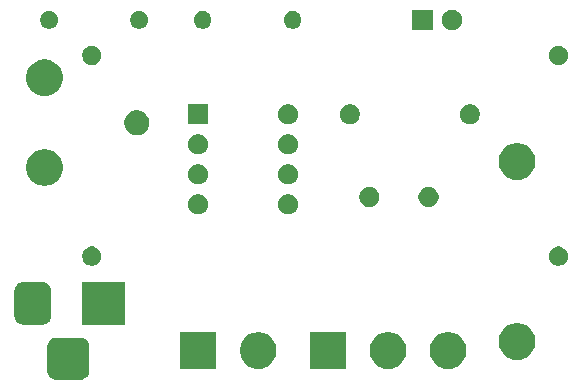
<source format=gts>
G04 #@! TF.GenerationSoftware,KiCad,Pcbnew,(5.1.5)-3*
G04 #@! TF.CreationDate,2021-07-03T20:54:04-04:00*
G04 #@! TF.ProjectId,LukeCopy,4c756b65-436f-4707-992e-6b696361645f,rev?*
G04 #@! TF.SameCoordinates,Original*
G04 #@! TF.FileFunction,Soldermask,Top*
G04 #@! TF.FilePolarity,Negative*
%FSLAX46Y46*%
G04 Gerber Fmt 4.6, Leading zero omitted, Abs format (unit mm)*
G04 Created by KiCad (PCBNEW (5.1.5)-3) date 2021-07-03 20:54:04*
%MOMM*%
%LPD*%
G04 APERTURE LIST*
%ADD10C,0.100000*%
G04 APERTURE END LIST*
D10*
G36*
X93126366Y-111915695D02*
G01*
X93283460Y-111963349D01*
X93428231Y-112040731D01*
X93555128Y-112144872D01*
X93659269Y-112271769D01*
X93736651Y-112416540D01*
X93784305Y-112573634D01*
X93801000Y-112743140D01*
X93801000Y-114656860D01*
X93784305Y-114826366D01*
X93736651Y-114983460D01*
X93659269Y-115128231D01*
X93555128Y-115255128D01*
X93428231Y-115359269D01*
X93283460Y-115436651D01*
X93126366Y-115484305D01*
X92956860Y-115501000D01*
X91043140Y-115501000D01*
X90873634Y-115484305D01*
X90716540Y-115436651D01*
X90571769Y-115359269D01*
X90444872Y-115255128D01*
X90340731Y-115128231D01*
X90263349Y-114983460D01*
X90215695Y-114826366D01*
X90199000Y-114656860D01*
X90199000Y-112743140D01*
X90215695Y-112573634D01*
X90263349Y-112416540D01*
X90340731Y-112271769D01*
X90444872Y-112144872D01*
X90571769Y-112040731D01*
X90716540Y-111963349D01*
X90873634Y-111915695D01*
X91043140Y-111899000D01*
X92956860Y-111899000D01*
X93126366Y-111915695D01*
G37*
G36*
X124462585Y-111478802D02*
G01*
X124612410Y-111508604D01*
X124894674Y-111625521D01*
X125148705Y-111795259D01*
X125364741Y-112011295D01*
X125534479Y-112265326D01*
X125651396Y-112547590D01*
X125711000Y-112847240D01*
X125711000Y-113152760D01*
X125651396Y-113452410D01*
X125534479Y-113734674D01*
X125364741Y-113988705D01*
X125148705Y-114204741D01*
X124894674Y-114374479D01*
X124612410Y-114491396D01*
X124462585Y-114521198D01*
X124312761Y-114551000D01*
X124007239Y-114551000D01*
X123857415Y-114521198D01*
X123707590Y-114491396D01*
X123425326Y-114374479D01*
X123171295Y-114204741D01*
X122955259Y-113988705D01*
X122785521Y-113734674D01*
X122668604Y-113452410D01*
X122609000Y-113152760D01*
X122609000Y-112847240D01*
X122668604Y-112547590D01*
X122785521Y-112265326D01*
X122955259Y-112011295D01*
X123171295Y-111795259D01*
X123425326Y-111625521D01*
X123707590Y-111508604D01*
X123857415Y-111478802D01*
X124007239Y-111449000D01*
X124312761Y-111449000D01*
X124462585Y-111478802D01*
G37*
G36*
X104551000Y-114551000D02*
G01*
X101449000Y-114551000D01*
X101449000Y-111449000D01*
X104551000Y-111449000D01*
X104551000Y-114551000D01*
G37*
G36*
X108382585Y-111478802D02*
G01*
X108532410Y-111508604D01*
X108814674Y-111625521D01*
X109068705Y-111795259D01*
X109284741Y-112011295D01*
X109454479Y-112265326D01*
X109571396Y-112547590D01*
X109631000Y-112847240D01*
X109631000Y-113152760D01*
X109571396Y-113452410D01*
X109454479Y-113734674D01*
X109284741Y-113988705D01*
X109068705Y-114204741D01*
X108814674Y-114374479D01*
X108532410Y-114491396D01*
X108382585Y-114521198D01*
X108232761Y-114551000D01*
X107927239Y-114551000D01*
X107777415Y-114521198D01*
X107627590Y-114491396D01*
X107345326Y-114374479D01*
X107091295Y-114204741D01*
X106875259Y-113988705D01*
X106705521Y-113734674D01*
X106588604Y-113452410D01*
X106529000Y-113152760D01*
X106529000Y-112847240D01*
X106588604Y-112547590D01*
X106705521Y-112265326D01*
X106875259Y-112011295D01*
X107091295Y-111795259D01*
X107345326Y-111625521D01*
X107627590Y-111508604D01*
X107777415Y-111478802D01*
X107927239Y-111449000D01*
X108232761Y-111449000D01*
X108382585Y-111478802D01*
G37*
G36*
X115551000Y-114551000D02*
G01*
X112449000Y-114551000D01*
X112449000Y-111449000D01*
X115551000Y-111449000D01*
X115551000Y-114551000D01*
G37*
G36*
X119382585Y-111478802D02*
G01*
X119532410Y-111508604D01*
X119814674Y-111625521D01*
X120068705Y-111795259D01*
X120284741Y-112011295D01*
X120454479Y-112265326D01*
X120571396Y-112547590D01*
X120631000Y-112847240D01*
X120631000Y-113152760D01*
X120571396Y-113452410D01*
X120454479Y-113734674D01*
X120284741Y-113988705D01*
X120068705Y-114204741D01*
X119814674Y-114374479D01*
X119532410Y-114491396D01*
X119382585Y-114521198D01*
X119232761Y-114551000D01*
X118927239Y-114551000D01*
X118777415Y-114521198D01*
X118627590Y-114491396D01*
X118345326Y-114374479D01*
X118091295Y-114204741D01*
X117875259Y-113988705D01*
X117705521Y-113734674D01*
X117588604Y-113452410D01*
X117529000Y-113152760D01*
X117529000Y-112847240D01*
X117588604Y-112547590D01*
X117705521Y-112265326D01*
X117875259Y-112011295D01*
X118091295Y-111795259D01*
X118345326Y-111625521D01*
X118627590Y-111508604D01*
X118777415Y-111478802D01*
X118927239Y-111449000D01*
X119232761Y-111449000D01*
X119382585Y-111478802D01*
G37*
G36*
X130302585Y-110718802D02*
G01*
X130452410Y-110748604D01*
X130734674Y-110865521D01*
X130988705Y-111035259D01*
X131204741Y-111251295D01*
X131374479Y-111505326D01*
X131491396Y-111787590D01*
X131551000Y-112087240D01*
X131551000Y-112392760D01*
X131491396Y-112692410D01*
X131374479Y-112974674D01*
X131204741Y-113228705D01*
X130988705Y-113444741D01*
X130734674Y-113614479D01*
X130452410Y-113731396D01*
X130302585Y-113761198D01*
X130152761Y-113791000D01*
X129847239Y-113791000D01*
X129697415Y-113761198D01*
X129547590Y-113731396D01*
X129265326Y-113614479D01*
X129011295Y-113444741D01*
X128795259Y-113228705D01*
X128625521Y-112974674D01*
X128508604Y-112692410D01*
X128449000Y-112392760D01*
X128449000Y-112087240D01*
X128508604Y-111787590D01*
X128625521Y-111505326D01*
X128795259Y-111251295D01*
X129011295Y-111035259D01*
X129265326Y-110865521D01*
X129547590Y-110748604D01*
X129697415Y-110718802D01*
X129847239Y-110689000D01*
X130152761Y-110689000D01*
X130302585Y-110718802D01*
G37*
G36*
X96801000Y-110801000D02*
G01*
X93199000Y-110801000D01*
X93199000Y-107199000D01*
X96801000Y-107199000D01*
X96801000Y-110801000D01*
G37*
G36*
X89976979Y-107213293D02*
G01*
X90110625Y-107253834D01*
X90233784Y-107319664D01*
X90341740Y-107408260D01*
X90430336Y-107516216D01*
X90496166Y-107639375D01*
X90536707Y-107773021D01*
X90551000Y-107918140D01*
X90551000Y-110081860D01*
X90536707Y-110226979D01*
X90496166Y-110360625D01*
X90430336Y-110483784D01*
X90341740Y-110591740D01*
X90233784Y-110680336D01*
X90110625Y-110746166D01*
X89976979Y-110786707D01*
X89831860Y-110801000D01*
X88168140Y-110801000D01*
X88023021Y-110786707D01*
X87889375Y-110746166D01*
X87766216Y-110680336D01*
X87658260Y-110591740D01*
X87569664Y-110483784D01*
X87503834Y-110360625D01*
X87463293Y-110226979D01*
X87449000Y-110081860D01*
X87449000Y-107918140D01*
X87463293Y-107773021D01*
X87503834Y-107639375D01*
X87569664Y-107516216D01*
X87658260Y-107408260D01*
X87766216Y-107319664D01*
X87889375Y-107253834D01*
X88023021Y-107213293D01*
X88168140Y-107199000D01*
X89831860Y-107199000D01*
X89976979Y-107213293D01*
G37*
G36*
X94237142Y-104218242D02*
G01*
X94385101Y-104279529D01*
X94518255Y-104368499D01*
X94631501Y-104481745D01*
X94720471Y-104614899D01*
X94781758Y-104762858D01*
X94813000Y-104919925D01*
X94813000Y-105080075D01*
X94781758Y-105237142D01*
X94720471Y-105385101D01*
X94631501Y-105518255D01*
X94518255Y-105631501D01*
X94385101Y-105720471D01*
X94237142Y-105781758D01*
X94080075Y-105813000D01*
X93919925Y-105813000D01*
X93762858Y-105781758D01*
X93614899Y-105720471D01*
X93481745Y-105631501D01*
X93368499Y-105518255D01*
X93279529Y-105385101D01*
X93218242Y-105237142D01*
X93187000Y-105080075D01*
X93187000Y-104919925D01*
X93218242Y-104762858D01*
X93279529Y-104614899D01*
X93368499Y-104481745D01*
X93481745Y-104368499D01*
X93614899Y-104279529D01*
X93762858Y-104218242D01*
X93919925Y-104187000D01*
X94080075Y-104187000D01*
X94237142Y-104218242D01*
G37*
G36*
X133737142Y-104218242D02*
G01*
X133885101Y-104279529D01*
X134018255Y-104368499D01*
X134131501Y-104481745D01*
X134220471Y-104614899D01*
X134281758Y-104762858D01*
X134313000Y-104919925D01*
X134313000Y-105080075D01*
X134281758Y-105237142D01*
X134220471Y-105385101D01*
X134131501Y-105518255D01*
X134018255Y-105631501D01*
X133885101Y-105720471D01*
X133737142Y-105781758D01*
X133580075Y-105813000D01*
X133419925Y-105813000D01*
X133262858Y-105781758D01*
X133114899Y-105720471D01*
X132981745Y-105631501D01*
X132868499Y-105518255D01*
X132779529Y-105385101D01*
X132718242Y-105237142D01*
X132687000Y-105080075D01*
X132687000Y-104919925D01*
X132718242Y-104762858D01*
X132779529Y-104614899D01*
X132868499Y-104481745D01*
X132981745Y-104368499D01*
X133114899Y-104279529D01*
X133262858Y-104218242D01*
X133419925Y-104187000D01*
X133580075Y-104187000D01*
X133737142Y-104218242D01*
G37*
G36*
X110868228Y-99801703D02*
G01*
X111023100Y-99865853D01*
X111162481Y-99958985D01*
X111281015Y-100077519D01*
X111374147Y-100216900D01*
X111438297Y-100371772D01*
X111471000Y-100536184D01*
X111471000Y-100703816D01*
X111438297Y-100868228D01*
X111374147Y-101023100D01*
X111281015Y-101162481D01*
X111162481Y-101281015D01*
X111023100Y-101374147D01*
X110868228Y-101438297D01*
X110703816Y-101471000D01*
X110536184Y-101471000D01*
X110371772Y-101438297D01*
X110216900Y-101374147D01*
X110077519Y-101281015D01*
X109958985Y-101162481D01*
X109865853Y-101023100D01*
X109801703Y-100868228D01*
X109769000Y-100703816D01*
X109769000Y-100536184D01*
X109801703Y-100371772D01*
X109865853Y-100216900D01*
X109958985Y-100077519D01*
X110077519Y-99958985D01*
X110216900Y-99865853D01*
X110371772Y-99801703D01*
X110536184Y-99769000D01*
X110703816Y-99769000D01*
X110868228Y-99801703D01*
G37*
G36*
X103248228Y-99801703D02*
G01*
X103403100Y-99865853D01*
X103542481Y-99958985D01*
X103661015Y-100077519D01*
X103754147Y-100216900D01*
X103818297Y-100371772D01*
X103851000Y-100536184D01*
X103851000Y-100703816D01*
X103818297Y-100868228D01*
X103754147Y-101023100D01*
X103661015Y-101162481D01*
X103542481Y-101281015D01*
X103403100Y-101374147D01*
X103248228Y-101438297D01*
X103083816Y-101471000D01*
X102916184Y-101471000D01*
X102751772Y-101438297D01*
X102596900Y-101374147D01*
X102457519Y-101281015D01*
X102338985Y-101162481D01*
X102245853Y-101023100D01*
X102181703Y-100868228D01*
X102149000Y-100703816D01*
X102149000Y-100536184D01*
X102181703Y-100371772D01*
X102245853Y-100216900D01*
X102338985Y-100077519D01*
X102457519Y-99958985D01*
X102596900Y-99865853D01*
X102751772Y-99801703D01*
X102916184Y-99769000D01*
X103083816Y-99769000D01*
X103248228Y-99801703D01*
G37*
G36*
X117748228Y-99181703D02*
G01*
X117903100Y-99245853D01*
X118042481Y-99338985D01*
X118161015Y-99457519D01*
X118254147Y-99596900D01*
X118318297Y-99751772D01*
X118351000Y-99916184D01*
X118351000Y-100083816D01*
X118318297Y-100248228D01*
X118254147Y-100403100D01*
X118161015Y-100542481D01*
X118042481Y-100661015D01*
X117903100Y-100754147D01*
X117748228Y-100818297D01*
X117583816Y-100851000D01*
X117416184Y-100851000D01*
X117251772Y-100818297D01*
X117096900Y-100754147D01*
X116957519Y-100661015D01*
X116838985Y-100542481D01*
X116745853Y-100403100D01*
X116681703Y-100248228D01*
X116649000Y-100083816D01*
X116649000Y-99916184D01*
X116681703Y-99751772D01*
X116745853Y-99596900D01*
X116838985Y-99457519D01*
X116957519Y-99338985D01*
X117096900Y-99245853D01*
X117251772Y-99181703D01*
X117416184Y-99149000D01*
X117583816Y-99149000D01*
X117748228Y-99181703D01*
G37*
G36*
X122748228Y-99181703D02*
G01*
X122903100Y-99245853D01*
X123042481Y-99338985D01*
X123161015Y-99457519D01*
X123254147Y-99596900D01*
X123318297Y-99751772D01*
X123351000Y-99916184D01*
X123351000Y-100083816D01*
X123318297Y-100248228D01*
X123254147Y-100403100D01*
X123161015Y-100542481D01*
X123042481Y-100661015D01*
X122903100Y-100754147D01*
X122748228Y-100818297D01*
X122583816Y-100851000D01*
X122416184Y-100851000D01*
X122251772Y-100818297D01*
X122096900Y-100754147D01*
X121957519Y-100661015D01*
X121838985Y-100542481D01*
X121745853Y-100403100D01*
X121681703Y-100248228D01*
X121649000Y-100083816D01*
X121649000Y-99916184D01*
X121681703Y-99751772D01*
X121745853Y-99596900D01*
X121838985Y-99457519D01*
X121957519Y-99338985D01*
X122096900Y-99245853D01*
X122251772Y-99181703D01*
X122416184Y-99149000D01*
X122583816Y-99149000D01*
X122748228Y-99181703D01*
G37*
G36*
X90302585Y-95978802D02*
G01*
X90452410Y-96008604D01*
X90734674Y-96125521D01*
X90988705Y-96295259D01*
X91204741Y-96511295D01*
X91374479Y-96765326D01*
X91491396Y-97047590D01*
X91551000Y-97347240D01*
X91551000Y-97652760D01*
X91491396Y-97952410D01*
X91374479Y-98234674D01*
X91204741Y-98488705D01*
X90988705Y-98704741D01*
X90734674Y-98874479D01*
X90452410Y-98991396D01*
X90302585Y-99021198D01*
X90152761Y-99051000D01*
X89847239Y-99051000D01*
X89697415Y-99021198D01*
X89547590Y-98991396D01*
X89265326Y-98874479D01*
X89011295Y-98704741D01*
X88795259Y-98488705D01*
X88625521Y-98234674D01*
X88508604Y-97952410D01*
X88449000Y-97652760D01*
X88449000Y-97347240D01*
X88508604Y-97047590D01*
X88625521Y-96765326D01*
X88795259Y-96511295D01*
X89011295Y-96295259D01*
X89265326Y-96125521D01*
X89547590Y-96008604D01*
X89697415Y-95978802D01*
X89847239Y-95949000D01*
X90152761Y-95949000D01*
X90302585Y-95978802D01*
G37*
G36*
X110868228Y-97261703D02*
G01*
X111023100Y-97325853D01*
X111162481Y-97418985D01*
X111281015Y-97537519D01*
X111374147Y-97676900D01*
X111438297Y-97831772D01*
X111471000Y-97996184D01*
X111471000Y-98163816D01*
X111438297Y-98328228D01*
X111374147Y-98483100D01*
X111281015Y-98622481D01*
X111162481Y-98741015D01*
X111023100Y-98834147D01*
X110868228Y-98898297D01*
X110703816Y-98931000D01*
X110536184Y-98931000D01*
X110371772Y-98898297D01*
X110216900Y-98834147D01*
X110077519Y-98741015D01*
X109958985Y-98622481D01*
X109865853Y-98483100D01*
X109801703Y-98328228D01*
X109769000Y-98163816D01*
X109769000Y-97996184D01*
X109801703Y-97831772D01*
X109865853Y-97676900D01*
X109958985Y-97537519D01*
X110077519Y-97418985D01*
X110216900Y-97325853D01*
X110371772Y-97261703D01*
X110536184Y-97229000D01*
X110703816Y-97229000D01*
X110868228Y-97261703D01*
G37*
G36*
X103248228Y-97261703D02*
G01*
X103403100Y-97325853D01*
X103542481Y-97418985D01*
X103661015Y-97537519D01*
X103754147Y-97676900D01*
X103818297Y-97831772D01*
X103851000Y-97996184D01*
X103851000Y-98163816D01*
X103818297Y-98328228D01*
X103754147Y-98483100D01*
X103661015Y-98622481D01*
X103542481Y-98741015D01*
X103403100Y-98834147D01*
X103248228Y-98898297D01*
X103083816Y-98931000D01*
X102916184Y-98931000D01*
X102751772Y-98898297D01*
X102596900Y-98834147D01*
X102457519Y-98741015D01*
X102338985Y-98622481D01*
X102245853Y-98483100D01*
X102181703Y-98328228D01*
X102149000Y-98163816D01*
X102149000Y-97996184D01*
X102181703Y-97831772D01*
X102245853Y-97676900D01*
X102338985Y-97537519D01*
X102457519Y-97418985D01*
X102596900Y-97325853D01*
X102751772Y-97261703D01*
X102916184Y-97229000D01*
X103083816Y-97229000D01*
X103248228Y-97261703D01*
G37*
G36*
X130302585Y-95478802D02*
G01*
X130452410Y-95508604D01*
X130734674Y-95625521D01*
X130988705Y-95795259D01*
X131204741Y-96011295D01*
X131374479Y-96265326D01*
X131491396Y-96547590D01*
X131551000Y-96847240D01*
X131551000Y-97152760D01*
X131491396Y-97452410D01*
X131374479Y-97734674D01*
X131204741Y-97988705D01*
X130988705Y-98204741D01*
X130734674Y-98374479D01*
X130452410Y-98491396D01*
X130302585Y-98521198D01*
X130152761Y-98551000D01*
X129847239Y-98551000D01*
X129697415Y-98521198D01*
X129547590Y-98491396D01*
X129265326Y-98374479D01*
X129011295Y-98204741D01*
X128795259Y-97988705D01*
X128625521Y-97734674D01*
X128508604Y-97452410D01*
X128449000Y-97152760D01*
X128449000Y-96847240D01*
X128508604Y-96547590D01*
X128625521Y-96265326D01*
X128795259Y-96011295D01*
X129011295Y-95795259D01*
X129265326Y-95625521D01*
X129547590Y-95508604D01*
X129697415Y-95478802D01*
X129847239Y-95449000D01*
X130152761Y-95449000D01*
X130302585Y-95478802D01*
G37*
G36*
X110868228Y-94721703D02*
G01*
X111023100Y-94785853D01*
X111162481Y-94878985D01*
X111281015Y-94997519D01*
X111374147Y-95136900D01*
X111438297Y-95291772D01*
X111471000Y-95456184D01*
X111471000Y-95623816D01*
X111438297Y-95788228D01*
X111374147Y-95943100D01*
X111281015Y-96082481D01*
X111162481Y-96201015D01*
X111023100Y-96294147D01*
X110868228Y-96358297D01*
X110703816Y-96391000D01*
X110536184Y-96391000D01*
X110371772Y-96358297D01*
X110216900Y-96294147D01*
X110077519Y-96201015D01*
X109958985Y-96082481D01*
X109865853Y-95943100D01*
X109801703Y-95788228D01*
X109769000Y-95623816D01*
X109769000Y-95456184D01*
X109801703Y-95291772D01*
X109865853Y-95136900D01*
X109958985Y-94997519D01*
X110077519Y-94878985D01*
X110216900Y-94785853D01*
X110371772Y-94721703D01*
X110536184Y-94689000D01*
X110703816Y-94689000D01*
X110868228Y-94721703D01*
G37*
G36*
X103248228Y-94721703D02*
G01*
X103403100Y-94785853D01*
X103542481Y-94878985D01*
X103661015Y-94997519D01*
X103754147Y-95136900D01*
X103818297Y-95291772D01*
X103851000Y-95456184D01*
X103851000Y-95623816D01*
X103818297Y-95788228D01*
X103754147Y-95943100D01*
X103661015Y-96082481D01*
X103542481Y-96201015D01*
X103403100Y-96294147D01*
X103248228Y-96358297D01*
X103083816Y-96391000D01*
X102916184Y-96391000D01*
X102751772Y-96358297D01*
X102596900Y-96294147D01*
X102457519Y-96201015D01*
X102338985Y-96082481D01*
X102245853Y-95943100D01*
X102181703Y-95788228D01*
X102149000Y-95623816D01*
X102149000Y-95456184D01*
X102181703Y-95291772D01*
X102245853Y-95136900D01*
X102338985Y-94997519D01*
X102457519Y-94878985D01*
X102596900Y-94785853D01*
X102751772Y-94721703D01*
X102916184Y-94689000D01*
X103083816Y-94689000D01*
X103248228Y-94721703D01*
G37*
G36*
X98106564Y-92689389D02*
G01*
X98257170Y-92751772D01*
X98297835Y-92768616D01*
X98469973Y-92883635D01*
X98616365Y-93030027D01*
X98731385Y-93202167D01*
X98810611Y-93393436D01*
X98851000Y-93596484D01*
X98851000Y-93803516D01*
X98810611Y-94006564D01*
X98731385Y-94197833D01*
X98731384Y-94197835D01*
X98616365Y-94369973D01*
X98469973Y-94516365D01*
X98297835Y-94631384D01*
X98297834Y-94631385D01*
X98297833Y-94631385D01*
X98106564Y-94710611D01*
X97903516Y-94751000D01*
X97696484Y-94751000D01*
X97493436Y-94710611D01*
X97302167Y-94631385D01*
X97302166Y-94631385D01*
X97302165Y-94631384D01*
X97130027Y-94516365D01*
X96983635Y-94369973D01*
X96868616Y-94197835D01*
X96868615Y-94197833D01*
X96789389Y-94006564D01*
X96749000Y-93803516D01*
X96749000Y-93596484D01*
X96789389Y-93393436D01*
X96868615Y-93202167D01*
X96983635Y-93030027D01*
X97130027Y-92883635D01*
X97302165Y-92768616D01*
X97342830Y-92751772D01*
X97493436Y-92689389D01*
X97696484Y-92649000D01*
X97903516Y-92649000D01*
X98106564Y-92689389D01*
G37*
G36*
X126248228Y-92181703D02*
G01*
X126403100Y-92245853D01*
X126542481Y-92338985D01*
X126661015Y-92457519D01*
X126754147Y-92596900D01*
X126818297Y-92751772D01*
X126851000Y-92916184D01*
X126851000Y-93083816D01*
X126818297Y-93248228D01*
X126754147Y-93403100D01*
X126661015Y-93542481D01*
X126542481Y-93661015D01*
X126403100Y-93754147D01*
X126248228Y-93818297D01*
X126083816Y-93851000D01*
X125916184Y-93851000D01*
X125751772Y-93818297D01*
X125596900Y-93754147D01*
X125457519Y-93661015D01*
X125338985Y-93542481D01*
X125245853Y-93403100D01*
X125181703Y-93248228D01*
X125149000Y-93083816D01*
X125149000Y-92916184D01*
X125181703Y-92751772D01*
X125245853Y-92596900D01*
X125338985Y-92457519D01*
X125457519Y-92338985D01*
X125596900Y-92245853D01*
X125751772Y-92181703D01*
X125916184Y-92149000D01*
X126083816Y-92149000D01*
X126248228Y-92181703D01*
G37*
G36*
X116088228Y-92181703D02*
G01*
X116243100Y-92245853D01*
X116382481Y-92338985D01*
X116501015Y-92457519D01*
X116594147Y-92596900D01*
X116658297Y-92751772D01*
X116691000Y-92916184D01*
X116691000Y-93083816D01*
X116658297Y-93248228D01*
X116594147Y-93403100D01*
X116501015Y-93542481D01*
X116382481Y-93661015D01*
X116243100Y-93754147D01*
X116088228Y-93818297D01*
X115923816Y-93851000D01*
X115756184Y-93851000D01*
X115591772Y-93818297D01*
X115436900Y-93754147D01*
X115297519Y-93661015D01*
X115178985Y-93542481D01*
X115085853Y-93403100D01*
X115021703Y-93248228D01*
X114989000Y-93083816D01*
X114989000Y-92916184D01*
X115021703Y-92751772D01*
X115085853Y-92596900D01*
X115178985Y-92457519D01*
X115297519Y-92338985D01*
X115436900Y-92245853D01*
X115591772Y-92181703D01*
X115756184Y-92149000D01*
X115923816Y-92149000D01*
X116088228Y-92181703D01*
G37*
G36*
X110868228Y-92181703D02*
G01*
X111023100Y-92245853D01*
X111162481Y-92338985D01*
X111281015Y-92457519D01*
X111374147Y-92596900D01*
X111438297Y-92751772D01*
X111471000Y-92916184D01*
X111471000Y-93083816D01*
X111438297Y-93248228D01*
X111374147Y-93403100D01*
X111281015Y-93542481D01*
X111162481Y-93661015D01*
X111023100Y-93754147D01*
X110868228Y-93818297D01*
X110703816Y-93851000D01*
X110536184Y-93851000D01*
X110371772Y-93818297D01*
X110216900Y-93754147D01*
X110077519Y-93661015D01*
X109958985Y-93542481D01*
X109865853Y-93403100D01*
X109801703Y-93248228D01*
X109769000Y-93083816D01*
X109769000Y-92916184D01*
X109801703Y-92751772D01*
X109865853Y-92596900D01*
X109958985Y-92457519D01*
X110077519Y-92338985D01*
X110216900Y-92245853D01*
X110371772Y-92181703D01*
X110536184Y-92149000D01*
X110703816Y-92149000D01*
X110868228Y-92181703D01*
G37*
G36*
X103851000Y-93851000D02*
G01*
X102149000Y-93851000D01*
X102149000Y-92149000D01*
X103851000Y-92149000D01*
X103851000Y-93851000D01*
G37*
G36*
X90302585Y-88378802D02*
G01*
X90452410Y-88408604D01*
X90734674Y-88525521D01*
X90988705Y-88695259D01*
X91204741Y-88911295D01*
X91374479Y-89165326D01*
X91491396Y-89447590D01*
X91551000Y-89747240D01*
X91551000Y-90052760D01*
X91491396Y-90352410D01*
X91374479Y-90634674D01*
X91204741Y-90888705D01*
X90988705Y-91104741D01*
X90734674Y-91274479D01*
X90452410Y-91391396D01*
X90302585Y-91421198D01*
X90152761Y-91451000D01*
X89847239Y-91451000D01*
X89697415Y-91421198D01*
X89547590Y-91391396D01*
X89265326Y-91274479D01*
X89011295Y-91104741D01*
X88795259Y-90888705D01*
X88625521Y-90634674D01*
X88508604Y-90352410D01*
X88449000Y-90052760D01*
X88449000Y-89747240D01*
X88508604Y-89447590D01*
X88625521Y-89165326D01*
X88795259Y-88911295D01*
X89011295Y-88695259D01*
X89265326Y-88525521D01*
X89547590Y-88408604D01*
X89697415Y-88378802D01*
X89847239Y-88349000D01*
X90152761Y-88349000D01*
X90302585Y-88378802D01*
G37*
G36*
X94237142Y-87218242D02*
G01*
X94385101Y-87279529D01*
X94518255Y-87368499D01*
X94631501Y-87481745D01*
X94720471Y-87614899D01*
X94781758Y-87762858D01*
X94813000Y-87919925D01*
X94813000Y-88080075D01*
X94781758Y-88237142D01*
X94720471Y-88385101D01*
X94631501Y-88518255D01*
X94518255Y-88631501D01*
X94385101Y-88720471D01*
X94237142Y-88781758D01*
X94080075Y-88813000D01*
X93919925Y-88813000D01*
X93762858Y-88781758D01*
X93614899Y-88720471D01*
X93481745Y-88631501D01*
X93368499Y-88518255D01*
X93279529Y-88385101D01*
X93218242Y-88237142D01*
X93187000Y-88080075D01*
X93187000Y-87919925D01*
X93218242Y-87762858D01*
X93279529Y-87614899D01*
X93368499Y-87481745D01*
X93481745Y-87368499D01*
X93614899Y-87279529D01*
X93762858Y-87218242D01*
X93919925Y-87187000D01*
X94080075Y-87187000D01*
X94237142Y-87218242D01*
G37*
G36*
X133737142Y-87218242D02*
G01*
X133885101Y-87279529D01*
X134018255Y-87368499D01*
X134131501Y-87481745D01*
X134220471Y-87614899D01*
X134281758Y-87762858D01*
X134313000Y-87919925D01*
X134313000Y-88080075D01*
X134281758Y-88237142D01*
X134220471Y-88385101D01*
X134131501Y-88518255D01*
X134018255Y-88631501D01*
X133885101Y-88720471D01*
X133737142Y-88781758D01*
X133580075Y-88813000D01*
X133419925Y-88813000D01*
X133262858Y-88781758D01*
X133114899Y-88720471D01*
X132981745Y-88631501D01*
X132868499Y-88518255D01*
X132779529Y-88385101D01*
X132718242Y-88237142D01*
X132687000Y-88080075D01*
X132687000Y-87919925D01*
X132718242Y-87762858D01*
X132779529Y-87614899D01*
X132868499Y-87481745D01*
X132981745Y-87368499D01*
X133114899Y-87279529D01*
X133262858Y-87218242D01*
X133419925Y-87187000D01*
X133580075Y-87187000D01*
X133737142Y-87218242D01*
G37*
G36*
X124748228Y-84181703D02*
G01*
X124903100Y-84245853D01*
X125042481Y-84338985D01*
X125161015Y-84457519D01*
X125254147Y-84596900D01*
X125318297Y-84751772D01*
X125351000Y-84916184D01*
X125351000Y-85083816D01*
X125318297Y-85248228D01*
X125254147Y-85403100D01*
X125161015Y-85542481D01*
X125042481Y-85661015D01*
X124903100Y-85754147D01*
X124748228Y-85818297D01*
X124583816Y-85851000D01*
X124416184Y-85851000D01*
X124251772Y-85818297D01*
X124096900Y-85754147D01*
X123957519Y-85661015D01*
X123838985Y-85542481D01*
X123745853Y-85403100D01*
X123681703Y-85248228D01*
X123649000Y-85083816D01*
X123649000Y-84916184D01*
X123681703Y-84751772D01*
X123745853Y-84596900D01*
X123838985Y-84457519D01*
X123957519Y-84338985D01*
X124096900Y-84245853D01*
X124251772Y-84181703D01*
X124416184Y-84149000D01*
X124583816Y-84149000D01*
X124748228Y-84181703D01*
G37*
G36*
X122851000Y-85851000D02*
G01*
X121149000Y-85851000D01*
X121149000Y-84149000D01*
X122851000Y-84149000D01*
X122851000Y-85851000D01*
G37*
G36*
X98219059Y-84277860D02*
G01*
X98355732Y-84334472D01*
X98478735Y-84416660D01*
X98583340Y-84521265D01*
X98665528Y-84644268D01*
X98722140Y-84780941D01*
X98751000Y-84926033D01*
X98751000Y-85073967D01*
X98722140Y-85219059D01*
X98665528Y-85355732D01*
X98583340Y-85478735D01*
X98478735Y-85583340D01*
X98355732Y-85665528D01*
X98355731Y-85665529D01*
X98355730Y-85665529D01*
X98219059Y-85722140D01*
X98073968Y-85751000D01*
X97926032Y-85751000D01*
X97780941Y-85722140D01*
X97644270Y-85665529D01*
X97644269Y-85665529D01*
X97644268Y-85665528D01*
X97521265Y-85583340D01*
X97416660Y-85478735D01*
X97334472Y-85355732D01*
X97277860Y-85219059D01*
X97249000Y-85073967D01*
X97249000Y-84926033D01*
X97277860Y-84780941D01*
X97334472Y-84644268D01*
X97416660Y-84521265D01*
X97521265Y-84416660D01*
X97644268Y-84334472D01*
X97780941Y-84277860D01*
X97926032Y-84249000D01*
X98073968Y-84249000D01*
X98219059Y-84277860D01*
G37*
G36*
X90599059Y-84277860D02*
G01*
X90735732Y-84334472D01*
X90858735Y-84416660D01*
X90963340Y-84521265D01*
X91045528Y-84644268D01*
X91102140Y-84780941D01*
X91131000Y-84926033D01*
X91131000Y-85073967D01*
X91102140Y-85219059D01*
X91045528Y-85355732D01*
X90963340Y-85478735D01*
X90858735Y-85583340D01*
X90735732Y-85665528D01*
X90735731Y-85665529D01*
X90735730Y-85665529D01*
X90599059Y-85722140D01*
X90453968Y-85751000D01*
X90306032Y-85751000D01*
X90160941Y-85722140D01*
X90024270Y-85665529D01*
X90024269Y-85665529D01*
X90024268Y-85665528D01*
X89901265Y-85583340D01*
X89796660Y-85478735D01*
X89714472Y-85355732D01*
X89657860Y-85219059D01*
X89629000Y-85073967D01*
X89629000Y-84926033D01*
X89657860Y-84780941D01*
X89714472Y-84644268D01*
X89796660Y-84521265D01*
X89901265Y-84416660D01*
X90024268Y-84334472D01*
X90160941Y-84277860D01*
X90306032Y-84249000D01*
X90453968Y-84249000D01*
X90599059Y-84277860D01*
G37*
G36*
X111219059Y-84277860D02*
G01*
X111355732Y-84334472D01*
X111478735Y-84416660D01*
X111583340Y-84521265D01*
X111665528Y-84644268D01*
X111722140Y-84780941D01*
X111751000Y-84926033D01*
X111751000Y-85073967D01*
X111722140Y-85219059D01*
X111665528Y-85355732D01*
X111583340Y-85478735D01*
X111478735Y-85583340D01*
X111355732Y-85665528D01*
X111355731Y-85665529D01*
X111355730Y-85665529D01*
X111219059Y-85722140D01*
X111073968Y-85751000D01*
X110926032Y-85751000D01*
X110780941Y-85722140D01*
X110644270Y-85665529D01*
X110644269Y-85665529D01*
X110644268Y-85665528D01*
X110521265Y-85583340D01*
X110416660Y-85478735D01*
X110334472Y-85355732D01*
X110277860Y-85219059D01*
X110249000Y-85073967D01*
X110249000Y-84926033D01*
X110277860Y-84780941D01*
X110334472Y-84644268D01*
X110416660Y-84521265D01*
X110521265Y-84416660D01*
X110644268Y-84334472D01*
X110780941Y-84277860D01*
X110926032Y-84249000D01*
X111073968Y-84249000D01*
X111219059Y-84277860D01*
G37*
G36*
X103599059Y-84277860D02*
G01*
X103735732Y-84334472D01*
X103858735Y-84416660D01*
X103963340Y-84521265D01*
X104045528Y-84644268D01*
X104102140Y-84780941D01*
X104131000Y-84926033D01*
X104131000Y-85073967D01*
X104102140Y-85219059D01*
X104045528Y-85355732D01*
X103963340Y-85478735D01*
X103858735Y-85583340D01*
X103735732Y-85665528D01*
X103735731Y-85665529D01*
X103735730Y-85665529D01*
X103599059Y-85722140D01*
X103453968Y-85751000D01*
X103306032Y-85751000D01*
X103160941Y-85722140D01*
X103024270Y-85665529D01*
X103024269Y-85665529D01*
X103024268Y-85665528D01*
X102901265Y-85583340D01*
X102796660Y-85478735D01*
X102714472Y-85355732D01*
X102657860Y-85219059D01*
X102629000Y-85073967D01*
X102629000Y-84926033D01*
X102657860Y-84780941D01*
X102714472Y-84644268D01*
X102796660Y-84521265D01*
X102901265Y-84416660D01*
X103024268Y-84334472D01*
X103160941Y-84277860D01*
X103306032Y-84249000D01*
X103453968Y-84249000D01*
X103599059Y-84277860D01*
G37*
M02*

</source>
